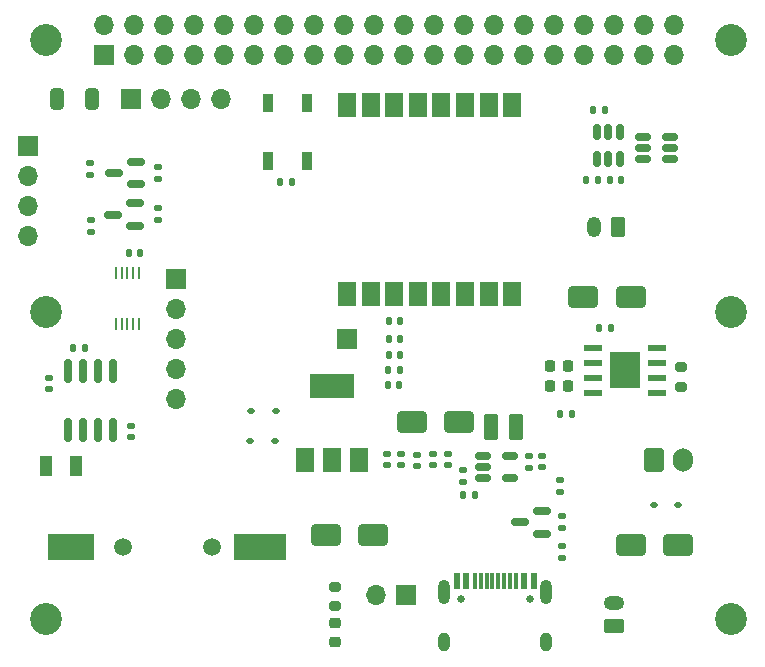
<source format=gts>
G04 #@! TF.GenerationSoftware,KiCad,Pcbnew,7.0.7*
G04 #@! TF.CreationDate,2023-12-10T12:49:09-04:00*
G04 #@! TF.ProjectId,Pi hat LoRa,50692068-6174-4204-9c6f-52612e6b6963,rev?*
G04 #@! TF.SameCoordinates,Original*
G04 #@! TF.FileFunction,Soldermask,Top*
G04 #@! TF.FilePolarity,Negative*
%FSLAX46Y46*%
G04 Gerber Fmt 4.6, Leading zero omitted, Abs format (unit mm)*
G04 Created by KiCad (PCBNEW 7.0.7) date 2023-12-10 12:49:09*
%MOMM*%
%LPD*%
G01*
G04 APERTURE LIST*
G04 Aperture macros list*
%AMRoundRect*
0 Rectangle with rounded corners*
0 $1 Rounding radius*
0 $2 $3 $4 $5 $6 $7 $8 $9 X,Y pos of 4 corners*
0 Add a 4 corners polygon primitive as box body*
4,1,4,$2,$3,$4,$5,$6,$7,$8,$9,$2,$3,0*
0 Add four circle primitives for the rounded corners*
1,1,$1+$1,$2,$3*
1,1,$1+$1,$4,$5*
1,1,$1+$1,$6,$7*
1,1,$1+$1,$8,$9*
0 Add four rect primitives between the rounded corners*
20,1,$1+$1,$2,$3,$4,$5,0*
20,1,$1+$1,$4,$5,$6,$7,0*
20,1,$1+$1,$6,$7,$8,$9,0*
20,1,$1+$1,$8,$9,$2,$3,0*%
G04 Aperture macros list end*
%ADD10RoundRect,0.250000X0.350000X0.625000X-0.350000X0.625000X-0.350000X-0.625000X0.350000X-0.625000X0*%
%ADD11O,1.200000X1.750000*%
%ADD12RoundRect,0.135000X0.185000X-0.135000X0.185000X0.135000X-0.185000X0.135000X-0.185000X-0.135000X0*%
%ADD13RoundRect,0.250000X-0.600000X-0.750000X0.600000X-0.750000X0.600000X0.750000X-0.600000X0.750000X0*%
%ADD14O,1.700000X2.000000*%
%ADD15C,2.700000*%
%ADD16RoundRect,0.150000X-0.150000X0.512500X-0.150000X-0.512500X0.150000X-0.512500X0.150000X0.512500X0*%
%ADD17RoundRect,0.140000X-0.170000X0.140000X-0.170000X-0.140000X0.170000X-0.140000X0.170000X0.140000X0*%
%ADD18R,1.500000X2.000000*%
%ADD19RoundRect,0.218750X0.218750X0.256250X-0.218750X0.256250X-0.218750X-0.256250X0.218750X-0.256250X0*%
%ADD20RoundRect,0.200000X-0.275000X0.200000X-0.275000X-0.200000X0.275000X-0.200000X0.275000X0.200000X0*%
%ADD21RoundRect,0.140000X0.140000X0.170000X-0.140000X0.170000X-0.140000X-0.170000X0.140000X-0.170000X0*%
%ADD22RoundRect,0.140000X0.170000X-0.140000X0.170000X0.140000X-0.170000X0.140000X-0.170000X-0.140000X0*%
%ADD23RoundRect,0.135000X-0.135000X-0.185000X0.135000X-0.185000X0.135000X0.185000X-0.135000X0.185000X0*%
%ADD24RoundRect,0.218750X0.256250X-0.218750X0.256250X0.218750X-0.256250X0.218750X-0.256250X-0.218750X0*%
%ADD25RoundRect,0.150000X0.150000X-0.825000X0.150000X0.825000X-0.150000X0.825000X-0.150000X-0.825000X0*%
%ADD26RoundRect,0.135000X-0.185000X0.135000X-0.185000X-0.135000X0.185000X-0.135000X0.185000X0.135000X0*%
%ADD27RoundRect,0.250000X0.325000X0.650000X-0.325000X0.650000X-0.325000X-0.650000X0.325000X-0.650000X0*%
%ADD28RoundRect,0.150000X0.587500X0.150000X-0.587500X0.150000X-0.587500X-0.150000X0.587500X-0.150000X0*%
%ADD29RoundRect,0.112500X-0.187500X-0.112500X0.187500X-0.112500X0.187500X0.112500X-0.187500X0.112500X0*%
%ADD30RoundRect,0.150000X-0.512500X-0.150000X0.512500X-0.150000X0.512500X0.150000X-0.512500X0.150000X0*%
%ADD31R,2.600000X3.100000*%
%ADD32R,1.550000X0.600000*%
%ADD33C,0.650000*%
%ADD34R,0.600000X1.450000*%
%ADD35R,0.300000X1.450000*%
%ADD36O,1.000000X2.100000*%
%ADD37O,1.000000X1.600000*%
%ADD38R,1.000000X1.800000*%
%ADD39R,1.700000X1.700000*%
%ADD40RoundRect,0.250000X-1.000000X-0.650000X1.000000X-0.650000X1.000000X0.650000X-1.000000X0.650000X0*%
%ADD41R,0.250000X1.100000*%
%ADD42RoundRect,0.250000X0.625000X-0.350000X0.625000X0.350000X-0.625000X0.350000X-0.625000X-0.350000X0*%
%ADD43O,1.750000X1.200000*%
%ADD44RoundRect,0.140000X-0.140000X-0.170000X0.140000X-0.170000X0.140000X0.170000X-0.140000X0.170000X0*%
%ADD45RoundRect,0.135000X0.135000X0.185000X-0.135000X0.185000X-0.135000X-0.185000X0.135000X-0.185000X0*%
%ADD46R,3.800000X2.000000*%
%ADD47C,1.500000*%
%ADD48R,4.400000X2.200000*%
%ADD49R,4.000000X2.200000*%
%ADD50RoundRect,0.112500X0.187500X0.112500X-0.187500X0.112500X-0.187500X-0.112500X0.187500X-0.112500X0*%
%ADD51RoundRect,0.250000X1.000000X0.650000X-1.000000X0.650000X-1.000000X-0.650000X1.000000X-0.650000X0*%
%ADD52RoundRect,0.250000X0.375000X0.850000X-0.375000X0.850000X-0.375000X-0.850000X0.375000X-0.850000X0*%
%ADD53R,0.900000X1.500000*%
%ADD54O,1.700000X1.700000*%
G04 APERTURE END LIST*
D10*
X151900000Y-63300000D03*
D11*
X149900000Y-63300000D03*
D12*
X147187500Y-88822500D03*
X147187500Y-87802500D03*
D13*
X154950000Y-83000000D03*
D14*
X157450000Y-83000000D03*
D15*
X161500000Y-70500000D03*
D16*
X152070000Y-55282500D03*
X151120000Y-55282500D03*
X150170000Y-55282500D03*
X150170000Y-57557500D03*
X151120000Y-57557500D03*
X152070000Y-57557500D03*
D15*
X161500000Y-47500000D03*
D17*
X132400000Y-82500000D03*
X132400000Y-83460000D03*
D18*
X128980000Y-69000000D03*
X130980000Y-69000000D03*
X132980000Y-69000000D03*
X134980000Y-69000000D03*
X136980000Y-69000000D03*
X138980000Y-69000000D03*
X140980000Y-69000000D03*
X142980000Y-69000000D03*
X142980000Y-53000000D03*
X140980000Y-53000000D03*
X138980000Y-53000000D03*
X136980000Y-53000000D03*
X134980000Y-53000000D03*
X132980000Y-53000000D03*
X130980000Y-53000000D03*
X128980000Y-53000000D03*
D17*
X103720000Y-76070000D03*
X103720000Y-77030000D03*
D19*
X147727500Y-75030000D03*
X146152500Y-75030000D03*
D20*
X157240000Y-75180000D03*
X157240000Y-76830000D03*
D21*
X133470000Y-74150000D03*
X132510000Y-74150000D03*
X133480000Y-72750000D03*
X132520000Y-72750000D03*
D22*
X110735000Y-81080000D03*
X110735000Y-80120000D03*
D23*
X105775000Y-73550000D03*
X106795000Y-73550000D03*
D24*
X128000000Y-98425000D03*
X128000000Y-96850000D03*
D25*
X105345000Y-80475000D03*
X106615000Y-80475000D03*
X107885000Y-80475000D03*
X109155000Y-80475000D03*
X109155000Y-75525000D03*
X107885000Y-75525000D03*
X106615000Y-75525000D03*
X105345000Y-75525000D03*
D26*
X113000000Y-58250000D03*
X113000000Y-59270000D03*
D27*
X107375000Y-52500000D03*
X104425000Y-52500000D03*
D28*
X111037500Y-63210000D03*
X111037500Y-61310000D03*
X109162500Y-62260000D03*
D29*
X120850000Y-78900000D03*
X122950000Y-78900000D03*
D28*
X145537500Y-89262500D03*
X145537500Y-87362500D03*
X143662500Y-88312500D03*
D30*
X140525000Y-82690000D03*
X140525000Y-83640000D03*
X140525000Y-84590000D03*
X142800000Y-84590000D03*
X142800000Y-82690000D03*
D26*
X147200000Y-90290000D03*
X147200000Y-91310000D03*
D31*
X152550000Y-75450000D03*
D32*
X155250000Y-77355000D03*
X155250000Y-76085000D03*
X155250000Y-74815000D03*
X155250000Y-73545000D03*
X149850000Y-73545000D03*
X149850000Y-74815000D03*
X149850000Y-76085000D03*
X149850000Y-77355000D03*
D12*
X107200000Y-58910000D03*
X107200000Y-57890000D03*
D33*
X138660000Y-94760000D03*
X144440000Y-94760000D03*
D34*
X138300000Y-93315000D03*
X139100000Y-93315000D03*
D35*
X140300000Y-93315000D03*
X141300000Y-93315000D03*
X141800000Y-93315000D03*
X142800000Y-93315000D03*
D34*
X144000000Y-93315000D03*
X144800000Y-93315000D03*
X144800000Y-93315000D03*
X144000000Y-93315000D03*
D35*
X143300000Y-93315000D03*
X142300000Y-93315000D03*
X140800000Y-93315000D03*
X139800000Y-93315000D03*
D34*
X139100000Y-93315000D03*
X138300000Y-93315000D03*
D36*
X137230000Y-94230000D03*
D37*
X137230000Y-98410000D03*
D36*
X145870000Y-94230000D03*
D37*
X145870000Y-98410000D03*
D26*
X107300000Y-62690000D03*
X107300000Y-63710000D03*
D23*
X149840000Y-53400000D03*
X150860000Y-53400000D03*
D21*
X133480000Y-71300000D03*
X132520000Y-71300000D03*
D17*
X137500000Y-82520000D03*
X137500000Y-83480000D03*
D26*
X147000000Y-84690000D03*
X147000000Y-85710000D03*
D22*
X144400000Y-83680000D03*
X144400000Y-82720000D03*
D15*
X103500000Y-96500000D03*
D38*
X103500000Y-83500000D03*
X106000000Y-83500000D03*
D39*
X128980000Y-72750000D03*
D17*
X145500000Y-82670000D03*
X145500000Y-83630000D03*
D40*
X127200000Y-89400000D03*
X131200000Y-89400000D03*
D15*
X103500000Y-47500000D03*
D29*
X120800000Y-81400000D03*
X122900000Y-81400000D03*
D30*
X154075000Y-55650000D03*
X154075000Y-56600000D03*
X154075000Y-57550000D03*
X156350000Y-57550000D03*
X156350000Y-56600000D03*
X156350000Y-55650000D03*
D41*
X109400000Y-71500000D03*
X109900000Y-71500000D03*
X110400000Y-71500000D03*
X110900000Y-71500000D03*
X111400000Y-71500000D03*
X111400000Y-67200000D03*
X110900000Y-67200000D03*
X110400000Y-67200000D03*
X109900000Y-67200000D03*
X109400000Y-67200000D03*
D40*
X149000000Y-69200000D03*
X153000000Y-69200000D03*
D15*
X103500000Y-70500000D03*
D42*
X151550000Y-97100000D03*
D43*
X151550000Y-95100000D03*
D28*
X111100000Y-59660000D03*
X111100000Y-57760000D03*
X109225000Y-58710000D03*
D19*
X147727500Y-76780000D03*
X146152500Y-76780000D03*
D17*
X134900000Y-82620000D03*
X134900000Y-83580000D03*
D44*
X123340000Y-59500000D03*
X124300000Y-59500000D03*
D23*
X149190000Y-59300000D03*
X150210000Y-59300000D03*
D44*
X150340000Y-71830000D03*
X151300000Y-71830000D03*
D17*
X136300000Y-82520000D03*
X136300000Y-83480000D03*
D44*
X110520000Y-65500000D03*
X111480000Y-65500000D03*
D45*
X139810000Y-86000000D03*
X138790000Y-86000000D03*
D18*
X125400000Y-83050000D03*
X127700000Y-83050000D03*
D46*
X127700000Y-76750000D03*
D18*
X130000000Y-83050000D03*
D15*
X161500000Y-96500000D03*
D47*
X110050000Y-90400000D03*
X117550000Y-90400000D03*
D48*
X121650000Y-90400000D03*
D49*
X105650000Y-90400000D03*
D50*
X157050000Y-86800000D03*
X154950000Y-86800000D03*
D44*
X151220000Y-59300000D03*
X152180000Y-59300000D03*
D51*
X157000000Y-90200000D03*
X153000000Y-90200000D03*
D52*
X143300000Y-80200000D03*
X141150000Y-80200000D03*
D21*
X133430000Y-76650000D03*
X132470000Y-76650000D03*
D26*
X113000000Y-61730000D03*
X113000000Y-62750000D03*
D20*
X128000000Y-93775000D03*
X128000000Y-95425000D03*
D53*
X122300000Y-57680000D03*
X125600000Y-57680000D03*
X125600000Y-52780000D03*
X122300000Y-52780000D03*
D40*
X134500000Y-79800000D03*
X138500000Y-79800000D03*
D17*
X133600000Y-82500000D03*
X133600000Y-83460000D03*
D23*
X146990000Y-79100000D03*
X148010000Y-79100000D03*
D21*
X133450000Y-75400000D03*
X132490000Y-75400000D03*
D26*
X138800000Y-83890000D03*
X138800000Y-84910000D03*
D39*
X108370000Y-48770000D03*
D54*
X108370000Y-46230000D03*
X110910000Y-48770000D03*
X110910000Y-46230000D03*
X113450000Y-48770000D03*
X113450000Y-46230000D03*
X115990000Y-48770000D03*
X115990000Y-46230000D03*
X118530000Y-48770000D03*
X118530000Y-46230000D03*
X121070000Y-48770000D03*
X121070000Y-46230000D03*
X123610000Y-48770000D03*
X123610000Y-46230000D03*
X126150000Y-48770000D03*
X126150000Y-46230000D03*
X128690000Y-48770000D03*
X128690000Y-46230000D03*
X131230000Y-48770000D03*
X131230000Y-46230000D03*
X133770000Y-48770000D03*
X133770000Y-46230000D03*
X136310000Y-48770000D03*
X136310000Y-46230000D03*
X138850000Y-48770000D03*
X138850000Y-46230000D03*
X141390000Y-48770000D03*
X141390000Y-46230000D03*
X143930000Y-48770000D03*
X143930000Y-46230000D03*
X146470000Y-48770000D03*
X146470000Y-46230000D03*
X149010000Y-48770000D03*
X149010000Y-46230000D03*
X151550000Y-48770000D03*
X151550000Y-46230000D03*
X154090000Y-48770000D03*
X154090000Y-46230000D03*
X156630000Y-48770000D03*
X156630000Y-46230000D03*
D39*
X110700000Y-52500000D03*
D54*
X113240000Y-52500000D03*
X115780000Y-52500000D03*
X118320000Y-52500000D03*
D39*
X102000000Y-56450000D03*
D54*
X102000000Y-58990000D03*
X102000000Y-61530000D03*
X102000000Y-64070000D03*
D39*
X114500000Y-67675000D03*
D54*
X114500000Y-70215000D03*
X114500000Y-72755000D03*
X114500000Y-75295000D03*
X114500000Y-77835000D03*
D39*
X133975000Y-94500000D03*
D54*
X131435000Y-94500000D03*
M02*

</source>
